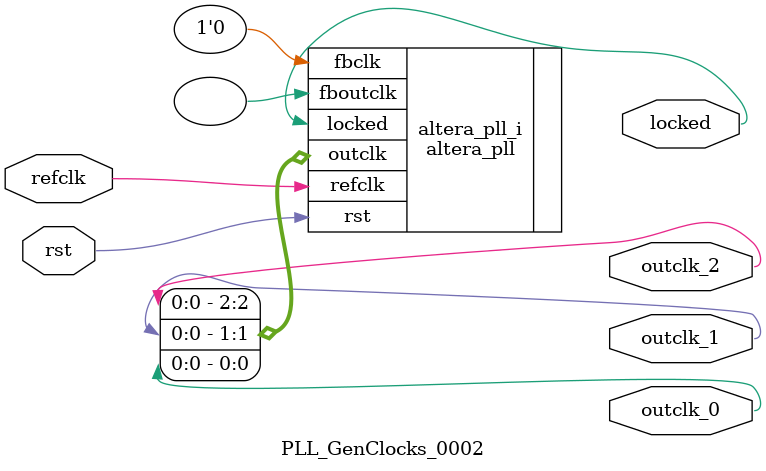
<source format=v>
`timescale 1ns/10ps
module  PLL_GenClocks_0002(

	// interface 'refclk'
	input wire refclk,

	// interface 'reset'
	input wire rst,

	// interface 'outclk0'
	output wire outclk_0,

	// interface 'outclk1'
	output wire outclk_1,

	// interface 'outclk2'
	output wire outclk_2,

	// interface 'locked'
	output wire locked
);

	altera_pll #(
		.fractional_vco_multiplier("false"),
		.reference_clock_frequency("50.0 MHz"),
		.operation_mode("direct"),
		.number_of_clocks(3),
		.output_clock_frequency0("20.000000 MHz"),
		.phase_shift0("0 ps"),
		.duty_cycle0(50),
		.output_clock_frequency1("25.000000 MHz"),
		.phase_shift1("0 ps"),
		.duty_cycle1(50),
		.output_clock_frequency2("125.000000 MHz"),
		.phase_shift2("0 ps"),
		.duty_cycle2(50),
		.output_clock_frequency3("0 MHz"),
		.phase_shift3("0 ps"),
		.duty_cycle3(50),
		.output_clock_frequency4("0 MHz"),
		.phase_shift4("0 ps"),
		.duty_cycle4(50),
		.output_clock_frequency5("0 MHz"),
		.phase_shift5("0 ps"),
		.duty_cycle5(50),
		.output_clock_frequency6("0 MHz"),
		.phase_shift6("0 ps"),
		.duty_cycle6(50),
		.output_clock_frequency7("0 MHz"),
		.phase_shift7("0 ps"),
		.duty_cycle7(50),
		.output_clock_frequency8("0 MHz"),
		.phase_shift8("0 ps"),
		.duty_cycle8(50),
		.output_clock_frequency9("0 MHz"),
		.phase_shift9("0 ps"),
		.duty_cycle9(50),
		.output_clock_frequency10("0 MHz"),
		.phase_shift10("0 ps"),
		.duty_cycle10(50),
		.output_clock_frequency11("0 MHz"),
		.phase_shift11("0 ps"),
		.duty_cycle11(50),
		.output_clock_frequency12("0 MHz"),
		.phase_shift12("0 ps"),
		.duty_cycle12(50),
		.output_clock_frequency13("0 MHz"),
		.phase_shift13("0 ps"),
		.duty_cycle13(50),
		.output_clock_frequency14("0 MHz"),
		.phase_shift14("0 ps"),
		.duty_cycle14(50),
		.output_clock_frequency15("0 MHz"),
		.phase_shift15("0 ps"),
		.duty_cycle15(50),
		.output_clock_frequency16("0 MHz"),
		.phase_shift16("0 ps"),
		.duty_cycle16(50),
		.output_clock_frequency17("0 MHz"),
		.phase_shift17("0 ps"),
		.duty_cycle17(50),
		.pll_type("General"),
		.pll_subtype("General")
	) altera_pll_i (
		.rst	(rst),
		.outclk	({outclk_2, outclk_1, outclk_0}),
		.locked	(locked),
		.fboutclk	( ),
		.fbclk	(1'b0),
		.refclk	(refclk)
	);
endmodule


</source>
